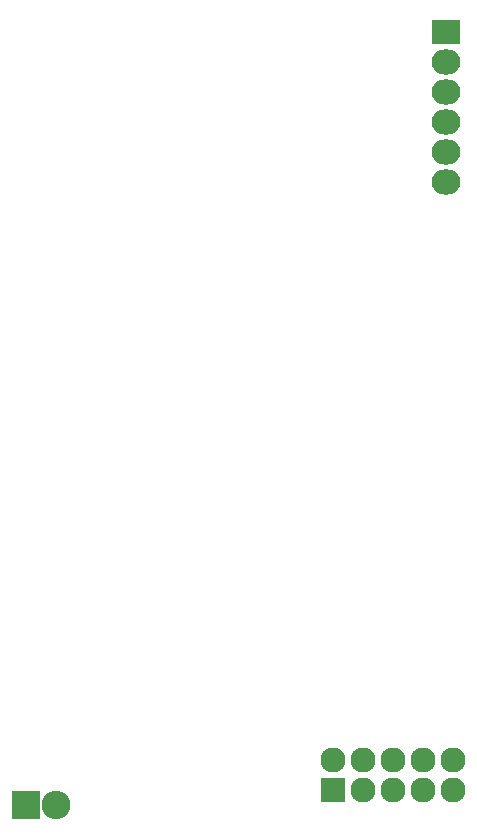
<source format=gbs>
G04 #@! TF.FileFunction,Soldermask,Bot*
%FSLAX46Y46*%
G04 Gerber Fmt 4.6, Leading zero omitted, Abs format (unit mm)*
G04 Created by KiCad (PCBNEW 4.0.4-stable) date Saturday, 10 December 2016 'PMt' 11:42:13 PM*
%MOMM*%
%LPD*%
G01*
G04 APERTURE LIST*
%ADD10C,0.100000*%
%ADD11R,2.432000X2.432000*%
%ADD12O,2.432000X2.432000*%
%ADD13R,2.127200X2.127200*%
%ADD14O,2.127200X2.127200*%
%ADD15R,2.432000X2.127200*%
%ADD16O,2.432000X2.127200*%
G04 APERTURE END LIST*
D10*
D11*
X139700000Y-133350000D03*
D12*
X142240000Y-133350000D03*
D13*
X165735000Y-132080000D03*
D14*
X165735000Y-129540000D03*
X168275000Y-132080000D03*
X168275000Y-129540000D03*
X170815000Y-132080000D03*
X170815000Y-129540000D03*
X173355000Y-132080000D03*
X173355000Y-129540000D03*
X175895000Y-132080000D03*
X175895000Y-129540000D03*
D15*
X175260000Y-67945000D03*
D16*
X175260000Y-70485000D03*
X175260000Y-73025000D03*
X175260000Y-75565000D03*
X175260000Y-78105000D03*
X175260000Y-80645000D03*
M02*

</source>
